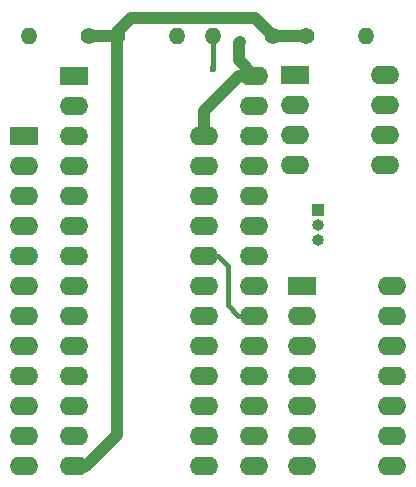
<source format=gtl>
G04 #@! TF.FileFunction,Copper,L1,Top,Signal*
%FSLAX46Y46*%
G04 Gerber Fmt 4.6, Leading zero omitted, Abs format (unit mm)*
G04 Created by KiCad (PCBNEW 4.0.4-stable) date 06/24/17 18:47:56*
%MOMM*%
%LPD*%
G01*
G04 APERTURE LIST*
%ADD10C,0.100000*%
%ADD11C,1.400000*%
%ADD12O,1.400000X1.400000*%
%ADD13R,2.400000X1.600000*%
%ADD14O,2.400000X1.600000*%
%ADD15R,1.000000X1.000000*%
%ADD16O,1.000000X1.000000*%
%ADD17C,0.600000*%
%ADD18C,0.400000*%
%ADD19C,1.000000*%
G04 APERTURE END LIST*
D10*
D11*
X149750000Y-101650000D03*
D12*
X144670000Y-101650000D03*
D11*
X168150000Y-101650000D03*
D12*
X173230000Y-101650000D03*
D11*
X152100000Y-101650000D03*
D12*
X157180000Y-101650000D03*
D11*
X165350000Y-101650000D03*
D12*
X160270000Y-101650000D03*
D13*
X167200000Y-104950000D03*
D14*
X174820000Y-112570000D03*
X167200000Y-107490000D03*
X174820000Y-110030000D03*
X167200000Y-110030000D03*
X174820000Y-107490000D03*
X167200000Y-112570000D03*
X174820000Y-104950000D03*
D13*
X144250000Y-110100000D03*
D14*
X159490000Y-138040000D03*
X144250000Y-112640000D03*
X159490000Y-135500000D03*
X144250000Y-115180000D03*
X159490000Y-132960000D03*
X144250000Y-117720000D03*
X159490000Y-130420000D03*
X144250000Y-120260000D03*
X159490000Y-127880000D03*
X144250000Y-122800000D03*
X159490000Y-125340000D03*
X144250000Y-125340000D03*
X159490000Y-122800000D03*
X144250000Y-127880000D03*
X159490000Y-120260000D03*
X144250000Y-130420000D03*
X159490000Y-117720000D03*
X144250000Y-132960000D03*
X159490000Y-115180000D03*
X144250000Y-135500000D03*
X159490000Y-112640000D03*
X144250000Y-138040000D03*
X159490000Y-110100000D03*
D13*
X148501100Y-105003600D03*
D14*
X163741100Y-138023600D03*
X148501100Y-107543600D03*
X163741100Y-135483600D03*
X148501100Y-110083600D03*
X163741100Y-132943600D03*
X148501100Y-112623600D03*
X163741100Y-130403600D03*
X148501100Y-115163600D03*
X163741100Y-127863600D03*
X148501100Y-117703600D03*
X163741100Y-125323600D03*
X148501100Y-120243600D03*
X163741100Y-122783600D03*
X148501100Y-122783600D03*
X163741100Y-120243600D03*
X148501100Y-125323600D03*
X163741100Y-117703600D03*
X148501100Y-127863600D03*
X163741100Y-115163600D03*
X148501100Y-130403600D03*
X163741100Y-112623600D03*
X148501100Y-132943600D03*
X163741100Y-110083600D03*
X148501100Y-135483600D03*
X163741100Y-107543600D03*
X148501100Y-138023600D03*
X163741100Y-105003600D03*
D13*
X167750000Y-122800000D03*
D14*
X175370000Y-138040000D03*
X167750000Y-125340000D03*
X175370000Y-135500000D03*
X167750000Y-127880000D03*
X175370000Y-132960000D03*
X167750000Y-130420000D03*
X175370000Y-130420000D03*
X167750000Y-132960000D03*
X175370000Y-127880000D03*
X167750000Y-135500000D03*
X175370000Y-125340000D03*
X167750000Y-138040000D03*
X175370000Y-122800000D03*
D15*
X169164000Y-116332000D03*
D16*
X169164000Y-117602000D03*
X169164000Y-118872000D03*
D17*
X162560000Y-102108000D03*
X160274000Y-104394000D03*
D18*
X163741100Y-125323600D02*
X162373600Y-125323600D01*
X161500000Y-121100000D02*
X160660000Y-120260000D01*
X161500000Y-124450000D02*
X161500000Y-121100000D01*
X162373600Y-125323600D02*
X161500000Y-124450000D01*
X160660000Y-120260000D02*
X159490000Y-120260000D01*
D19*
X159490000Y-110100000D02*
X159490000Y-107972000D01*
X162458400Y-105003600D02*
X163741100Y-105003600D01*
X159490000Y-107972000D02*
X162458400Y-105003600D01*
X162433000Y-103695500D02*
X163741100Y-105003600D01*
X162433000Y-102235000D02*
X162433000Y-103695500D01*
X162560000Y-102108000D02*
X162433000Y-102235000D01*
D18*
X160270000Y-104390000D02*
X160270000Y-101650000D01*
X160274000Y-104394000D02*
X160270000Y-104390000D01*
D19*
X165350000Y-101650000D02*
X168150000Y-101650000D01*
X152100000Y-101650000D02*
X152100000Y-101265000D01*
X152100000Y-101265000D02*
X153289000Y-100076000D01*
X163776000Y-100076000D02*
X165350000Y-101650000D01*
X153289000Y-100076000D02*
X163776000Y-100076000D01*
X149750000Y-101650000D02*
X152100000Y-101650000D01*
X148501100Y-138023600D02*
X149504400Y-138023600D01*
X149504400Y-138023600D02*
X152100000Y-135428000D01*
X152100000Y-135428000D02*
X152100000Y-101650000D01*
M02*

</source>
